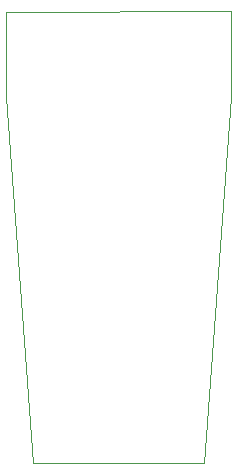
<source format=gm1>
G04 #@! TF.GenerationSoftware,KiCad,Pcbnew,(6.0.0)*
G04 #@! TF.CreationDate,2022-05-28T20:38:18-06:00*
G04 #@! TF.ProjectId,usb_to_serial,7573625f-746f-45f7-9365-7269616c2e6b,2*
G04 #@! TF.SameCoordinates,Original*
G04 #@! TF.FileFunction,Profile,NP*
%FSLAX46Y46*%
G04 Gerber Fmt 4.6, Leading zero omitted, Abs format (unit mm)*
G04 Created by KiCad (PCBNEW (6.0.0)) date 2022-05-28 20:38:18*
%MOMM*%
%LPD*%
G01*
G04 APERTURE LIST*
G04 #@! TA.AperFunction,Profile*
%ADD10C,0.100000*%
G04 #@! TD*
G04 APERTURE END LIST*
D10*
X145278119Y-100407872D02*
X143028119Y-131407872D01*
X143028119Y-131407872D02*
X128528119Y-131407872D01*
X128528119Y-131407872D02*
X126278119Y-100407872D01*
X126278119Y-100407872D02*
X126279405Y-93175836D01*
X126279405Y-93175836D02*
X145278119Y-93157872D01*
X145278119Y-93157872D02*
X145278119Y-100407872D01*
M02*

</source>
